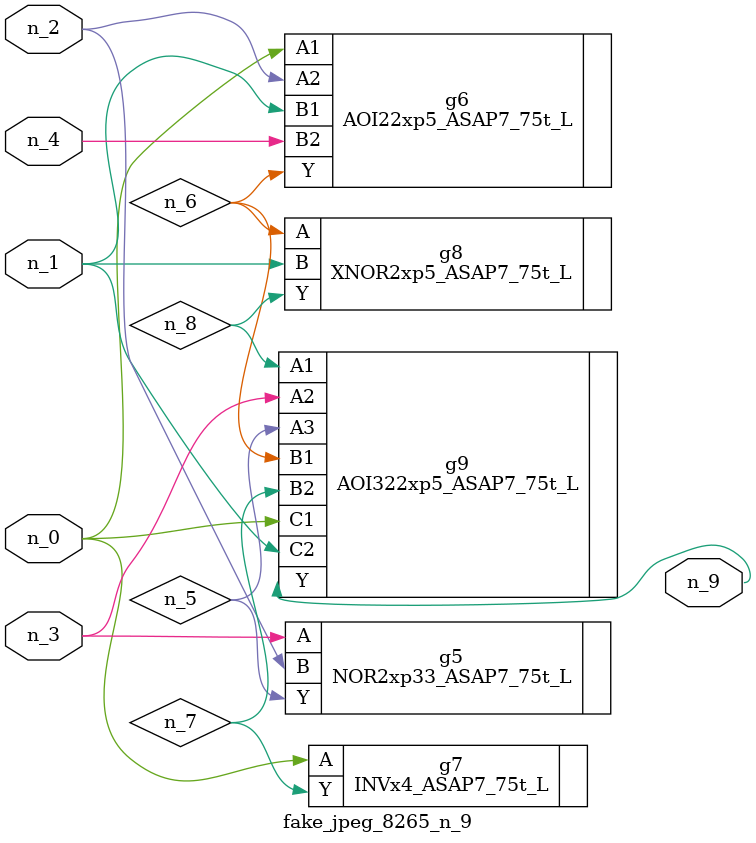
<source format=v>
module fake_jpeg_8265_n_9 (n_3, n_2, n_1, n_0, n_4, n_9);

input n_3;
input n_2;
input n_1;
input n_0;
input n_4;

output n_9;

wire n_8;
wire n_6;
wire n_5;
wire n_7;

NOR2xp33_ASAP7_75t_L g5 ( 
.A(n_3),
.B(n_2),
.Y(n_5)
);

AOI22xp5_ASAP7_75t_L g6 ( 
.A1(n_0),
.A2(n_2),
.B1(n_1),
.B2(n_4),
.Y(n_6)
);

INVx4_ASAP7_75t_L g7 ( 
.A(n_0),
.Y(n_7)
);

XNOR2xp5_ASAP7_75t_L g8 ( 
.A(n_6),
.B(n_1),
.Y(n_8)
);

AOI322xp5_ASAP7_75t_L g9 ( 
.A1(n_8),
.A2(n_3),
.A3(n_5),
.B1(n_6),
.B2(n_7),
.C1(n_0),
.C2(n_1),
.Y(n_9)
);


endmodule
</source>
